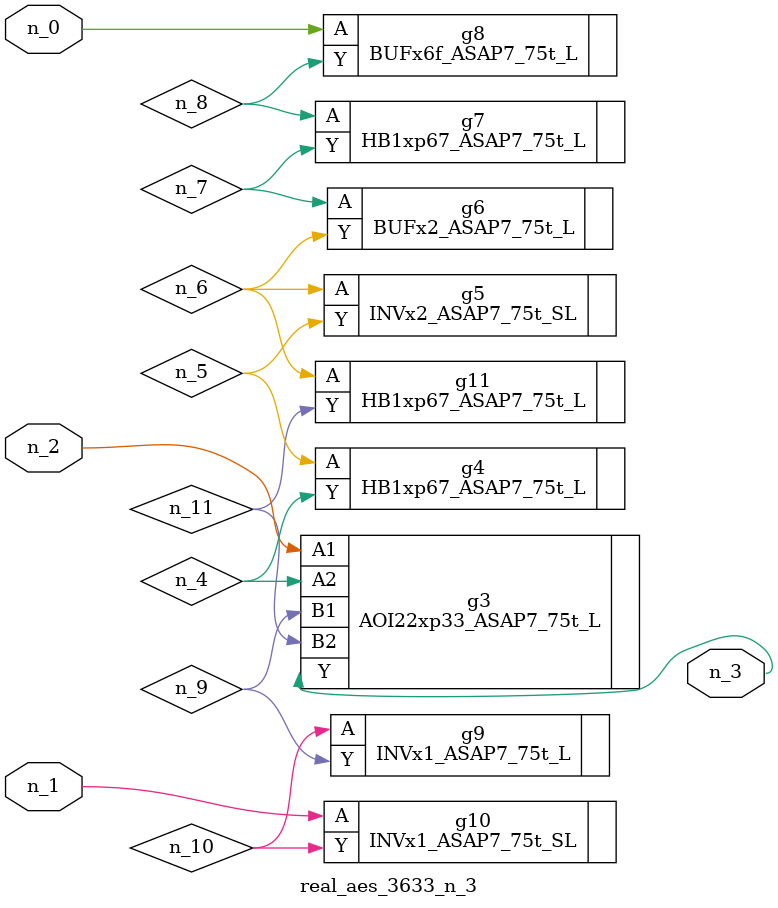
<source format=v>
module real_aes_3633_n_3 (n_0, n_2, n_1, n_3);
input n_0;
input n_2;
input n_1;
output n_3;
wire n_4;
wire n_5;
wire n_7;
wire n_9;
wire n_6;
wire n_8;
wire n_10;
wire n_11;
BUFx6f_ASAP7_75t_L g8 ( .A(n_0), .Y(n_8) );
INVx1_ASAP7_75t_SL g10 ( .A(n_1), .Y(n_10) );
AOI22xp33_ASAP7_75t_L g3 ( .A1(n_2), .A2(n_4), .B1(n_9), .B2(n_11), .Y(n_3) );
HB1xp67_ASAP7_75t_L g4 ( .A(n_5), .Y(n_4) );
INVx2_ASAP7_75t_SL g5 ( .A(n_6), .Y(n_5) );
HB1xp67_ASAP7_75t_L g11 ( .A(n_6), .Y(n_11) );
BUFx2_ASAP7_75t_L g6 ( .A(n_7), .Y(n_6) );
HB1xp67_ASAP7_75t_L g7 ( .A(n_8), .Y(n_7) );
INVx1_ASAP7_75t_L g9 ( .A(n_10), .Y(n_9) );
endmodule
</source>
